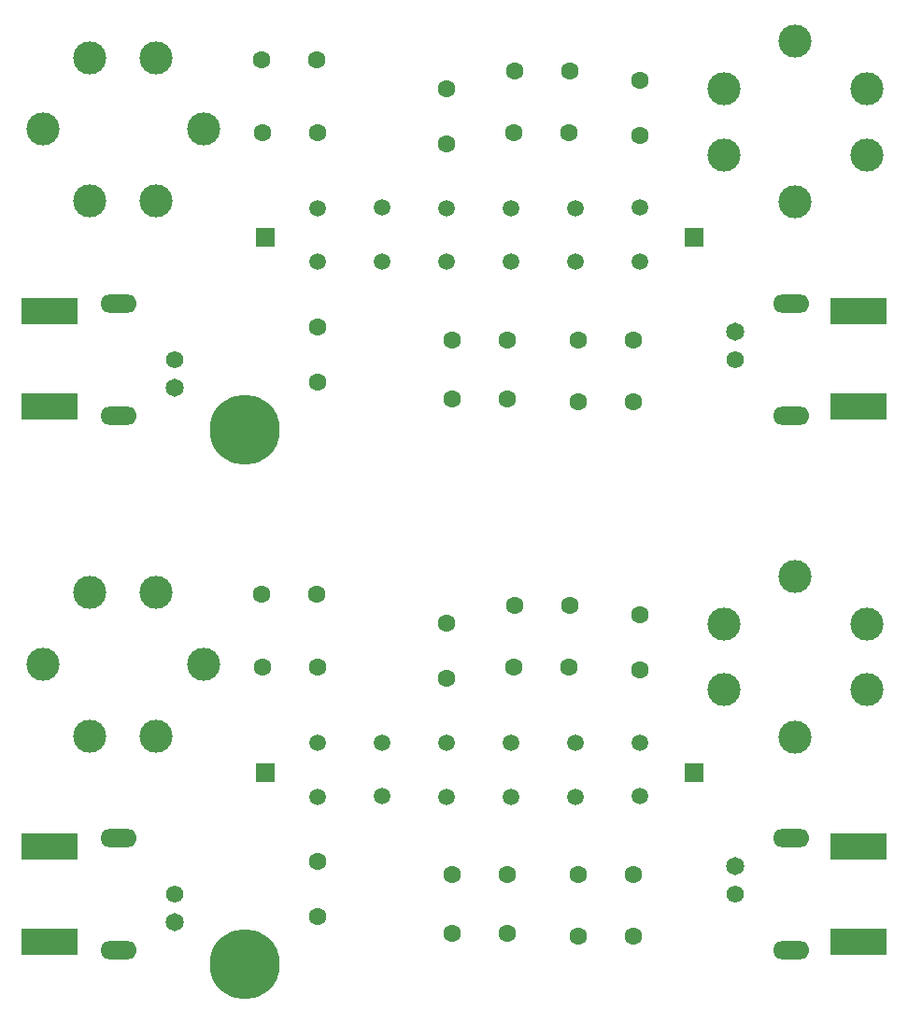
<source format=gbs>
%MOIN*%
%OFA0B0*%
%FSLAX46Y46*%
%IPPOS*%
%LPD*%
%ADD10O,0.13X0.065*%
%ADD11C,0.065*%
%ADD12C,0.062*%
%ADD13C,0.25*%
%ADD14C,0.062992125984251982*%
%ADD15C,0.059055118110236227*%
%ADD16C,0.11811023622047245*%
%ADD17R,0.2X0.095*%
%ADD18R,0.066929133858267723X0.066929133858267723*%
%ADD29O,0.13X0.065*%
%ADD30C,0.065*%
%ADD31C,0.062*%
%ADD32C,0.25*%
%ADD33C,0.062992125984251982*%
%ADD34C,0.059055118110236227*%
%ADD35C,0.11811023622047245*%
%ADD36R,0.2X0.095*%
%ADD37R,0.066929133858267723X0.066929133858267723*%
%LPD*%
G01*
D10*
X0004524212Y0000740196D02*
X0002775000Y0000345708D03*
X0002775000Y0000745708D03*
D11*
X0002575000Y0000645708D03*
D12*
X0002575000Y0000545708D03*
D10*
X0000375000Y0000745708D03*
X0000375000Y0000345708D03*
D11*
X0000575000Y0000445708D03*
D12*
X0000575000Y0000545708D03*
D13*
X0000825000Y0000295708D03*
D14*
X0000885000Y0001615708D03*
X0001081850Y0001615708D03*
X0000888149Y0001355708D03*
X0001085000Y0001355708D03*
X0001085000Y0000465708D03*
X0001085000Y0000662559D03*
X0001545000Y0001315708D03*
X0001545000Y0001512559D03*
X0001761850Y0000615708D03*
X0001565000Y0000615708D03*
X0001761850Y0000405708D03*
X0001565000Y0000405708D03*
X0001981850Y0001355708D03*
X0001785000Y0001355708D03*
X0001985000Y0001575708D03*
X0001788149Y0001575708D03*
X0002015000Y0000395708D03*
X0002211850Y0000395708D03*
X0002015000Y0000615708D03*
X0002211850Y0000615708D03*
X0002235000Y0001542559D03*
X0002235000Y0001345708D03*
D15*
X0001085000Y0001085708D03*
X0001085000Y0000893582D03*
X0001545000Y0001085708D03*
X0001545000Y0000893582D03*
X0001775000Y0000893582D03*
X0001775000Y0001085708D03*
X0002005000Y0001085708D03*
X0002005000Y0000893582D03*
X0002235000Y0001087834D03*
X0002235000Y0000895708D03*
X0001315000Y0000895708D03*
X0001315000Y0001087834D03*
D16*
X0000104488Y0001366614D03*
X0000679291Y0001366614D03*
X0000273779Y0001622519D03*
X0000273779Y0001110708D03*
X0000510000Y0001622519D03*
X0000510000Y0001110708D03*
X0002535000Y0001275708D03*
X0003046811Y0001275708D03*
X0002535000Y0001511929D03*
X0003046811Y0001511929D03*
X0002790905Y0001106417D03*
X0002790905Y0001681220D03*
D17*
X0000130000Y0000377708D03*
X0000130000Y0000717708D03*
X0003017000Y0000376708D03*
X0003017000Y0000716708D03*
D18*
X0000900000Y0000980708D03*
X0002430000Y0000980708D03*
G04 next file*
%LPD*%
G04 #@! TF.GenerationSoftware,KiCad,Pcbnew,(5.1.10)-1*
G04 #@! TF.CreationDate,2021-10-22T12:51:20-04:00*
G04 #@! TF.ProjectId,SSB6,53534236-2e6b-4696-9361-645f70636258,1*
G04 #@! TF.SameCoordinates,PX8c7ecc0PY46649b0*
G04 #@! TF.FileFunction,Soldermask,Bot*
G04 #@! TF.FilePolarity,Negative*
G04 Gerber Fmt 4.6, Leading zero omitted, Abs format (unit mm)*
G04 Created by KiCad (PCBNEW (5.1.10)-1) date 2021-10-22 12:51:20*
G01*
G04 APERTURE LIST*
G04 APERTURE END LIST*
D29*
X0004524212Y0002649645D02*
X0002775000Y0002255157D03*
X0002775000Y0002655157D03*
D30*
X0002575000Y0002555157D03*
D31*
X0002575000Y0002455157D03*
D29*
X0000375000Y0002655157D03*
X0000375000Y0002255157D03*
D30*
X0000575000Y0002355157D03*
D31*
X0000575000Y0002455157D03*
D32*
X0000825000Y0002205157D03*
D33*
X0000885000Y0003525157D03*
X0001081850Y0003525157D03*
X0000888149Y0003265157D03*
X0001085000Y0003265157D03*
X0001085000Y0002375157D03*
X0001085000Y0002572007D03*
X0001545000Y0003225157D03*
X0001545000Y0003422007D03*
X0001761850Y0002525157D03*
X0001565000Y0002525157D03*
X0001761850Y0002315157D03*
X0001565000Y0002315157D03*
X0001981850Y0003265157D03*
X0001785000Y0003265157D03*
X0001985000Y0003485157D03*
X0001788149Y0003485157D03*
X0002015000Y0002305157D03*
X0002211850Y0002305157D03*
X0002015000Y0002525157D03*
X0002211850Y0002525157D03*
X0002235000Y0003452007D03*
X0002235000Y0003255157D03*
D34*
X0001085000Y0002995157D03*
X0001085000Y0002803031D03*
X0001545000Y0002995157D03*
X0001545000Y0002803031D03*
X0001775000Y0002803031D03*
X0001775000Y0002995157D03*
X0002005000Y0002995157D03*
X0002005000Y0002803031D03*
X0002235000Y0002997283D03*
X0002235000Y0002805157D03*
X0001315000Y0002805157D03*
X0001315000Y0002997283D03*
D35*
X0000104488Y0003276062D03*
X0000679291Y0003276062D03*
X0000273779Y0003531968D03*
X0000273779Y0003020157D03*
X0000510000Y0003531968D03*
X0000510000Y0003020157D03*
X0002535000Y0003185157D03*
X0003046811Y0003185157D03*
X0002535000Y0003421377D03*
X0003046811Y0003421377D03*
X0002790905Y0003015866D03*
X0002790905Y0003590669D03*
D36*
X0000130000Y0002287157D03*
X0000130000Y0002627157D03*
X0003017000Y0002286157D03*
X0003017000Y0002626157D03*
D37*
X0000900000Y0002890157D03*
X0002430000Y0002890157D03*
M02*
</source>
